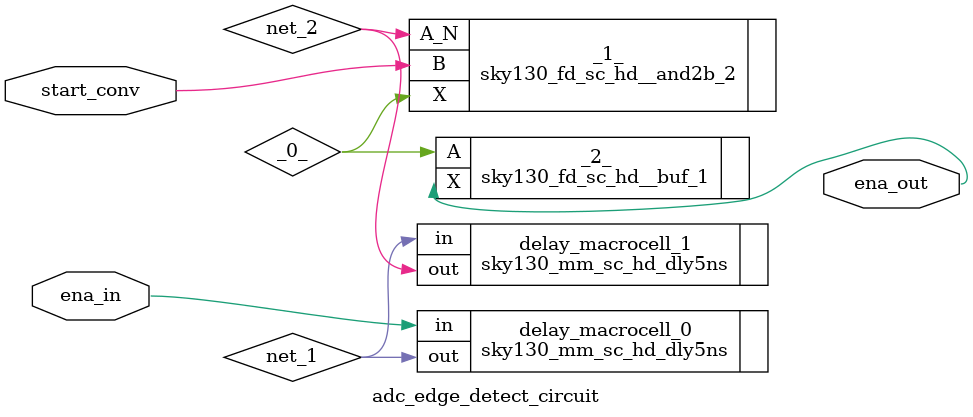
<source format=v>
/* Generated by Yosys 0.12+45 (git sha1 cfe940a98, gcc 9.2.1 -fPIC -Os) */

module adc_edge_detect_circuit(start_conv, ena_in, ena_out);
  wire _0_;
  input ena_in;
  output ena_out;
  wire net_1;
  wire net_2;
  input start_conv;
  sky130_fd_sc_hd__and2b_2 _1_ (
    .A_N(net_2),
    .B(start_conv),
    .X(_0_)
  );
  sky130_fd_sc_hd__buf_1 _2_ (
    .A(_0_),
    .X(ena_out)
  );
  sky130_mm_sc_hd_dly5ns delay_macrocell_0 (
    .in(ena_in),
    .out(net_1)
  );
  sky130_mm_sc_hd_dly5ns delay_macrocell_1 (
    .in(net_1),
    .out(net_2)
  );
endmodule

</source>
